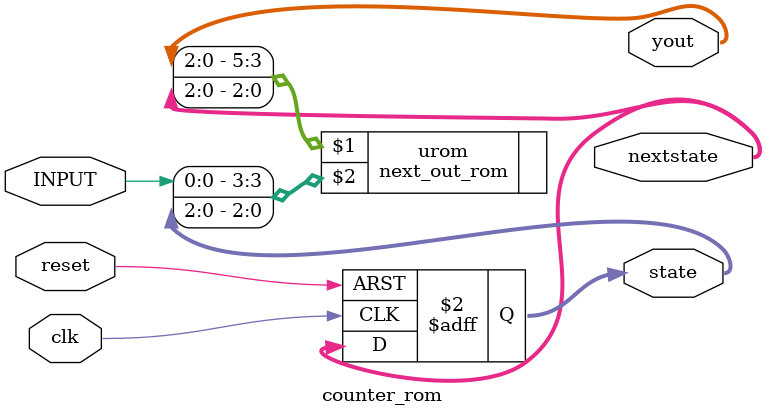
<source format=v>
`timescale 1ns / 1ps


module counter_rom(
    input INPUT,clk,reset,
    output [2:0] yout,state,nextstate
    );
    reg [2:0] state;
    wire [2:0] nextstate,yout;      
    always @(posedge clk or posedge reset) // always block to update state 
    if (reset)       
        state <= 0; 
    else      
        state = nextstate;   

    // compute output & nextstate
    next_out_rom urom({yout,nextstate}, {INPUT,state});
endmodule

</source>
